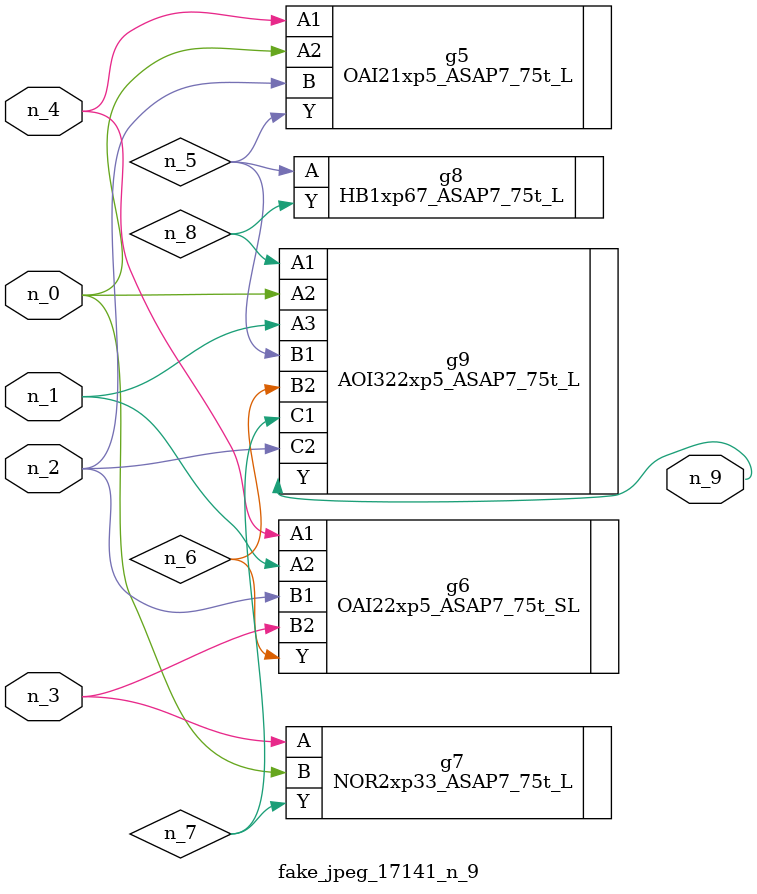
<source format=v>
module fake_jpeg_17141_n_9 (n_3, n_2, n_1, n_0, n_4, n_9);

input n_3;
input n_2;
input n_1;
input n_0;
input n_4;

output n_9;

wire n_8;
wire n_6;
wire n_5;
wire n_7;

OAI21xp5_ASAP7_75t_L g5 ( 
.A1(n_4),
.A2(n_0),
.B(n_2),
.Y(n_5)
);

OAI22xp5_ASAP7_75t_SL g6 ( 
.A1(n_4),
.A2(n_1),
.B1(n_2),
.B2(n_3),
.Y(n_6)
);

NOR2xp33_ASAP7_75t_L g7 ( 
.A(n_3),
.B(n_0),
.Y(n_7)
);

HB1xp67_ASAP7_75t_L g8 ( 
.A(n_5),
.Y(n_8)
);

AOI322xp5_ASAP7_75t_L g9 ( 
.A1(n_8),
.A2(n_0),
.A3(n_1),
.B1(n_5),
.B2(n_6),
.C1(n_7),
.C2(n_2),
.Y(n_9)
);


endmodule
</source>
